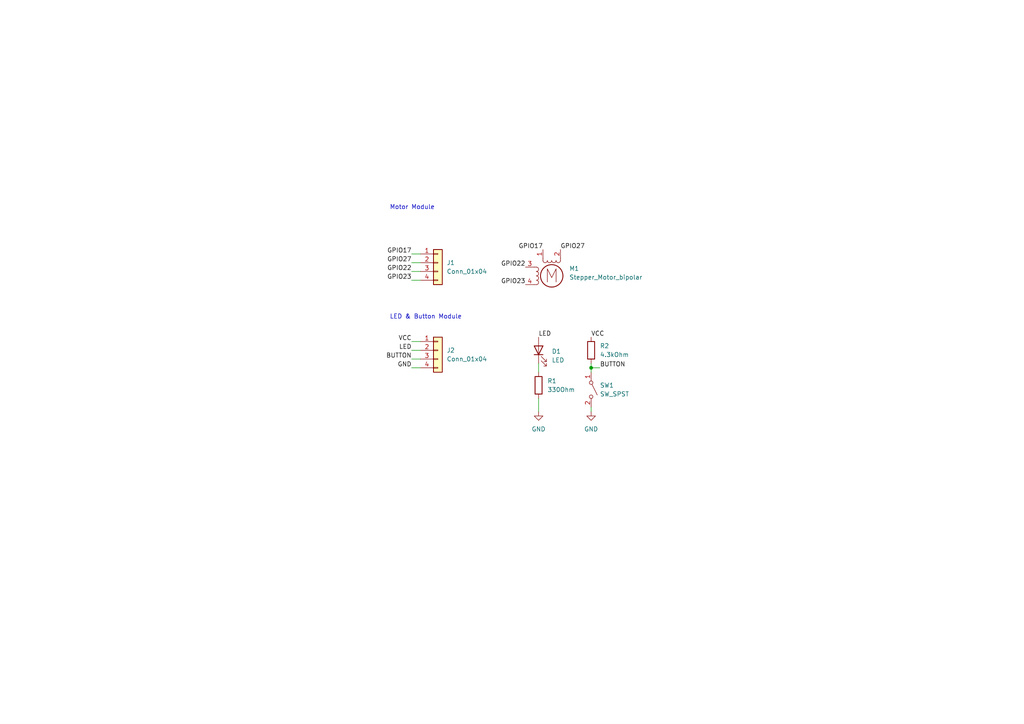
<source format=kicad_sch>
(kicad_sch (version 20230121) (generator eeschema)
  (paper "A4")
  (title_block (title "Display Device") (date "2024-03-05") (rev "Yuecheng Peng"))
  (lib_symbols
    (symbol "Connector_Generic:Conn_01x04" (pin_names (offset 1.016) hide)
      (property "Reference" "J" (at 0 5.08 0))
      (property "Value" "Conn_01x04" (at 0 -7.62 0))
      (symbol "Conn_01x04_1_1"
        (rectangle (start -1.27 -4.953) (end 0 -5.207) (stroke (width 0.1524)))
        (rectangle (start -1.27 -2.413) (end 0 -2.667) (stroke (width 0.1524)))
        (rectangle (start -1.27 0.127) (end 0 -0.127) (stroke (width 0.1524)))
        (rectangle (start -1.27 2.667) (end 0 2.413) (stroke (width 0.1524)))
        (rectangle (start -1.27 3.81) (end 1.27 -6.35) (stroke (width 0.254)) (fill (type background)))
        (pin passive line (at -5.08 2.54 0) (length 3.81) (name "Pin_1") (number "1"))
        (pin passive line (at -5.08 0 0) (length 3.81) (name "Pin_2") (number "2"))
        (pin passive line (at -5.08 -2.54 0) (length 3.81) (name "Pin_3") (number "3"))
        (pin passive line (at -5.08 -5.08 0) (length 3.81) (name "Pin_4") (number "4"))
      )
    )
    (symbol "Device:LED" (pin_numbers hide) (pin_names (offset 1.016) hide)
      (property "Reference" "D" (at 0 2.54 0))
      (property "Value" "LED" (at 0 -2.54 0))
      (symbol "LED_0_1"
        (polyline (pts (xy -1.27 -1.27) (xy -1.27 1.27)) (stroke (width 0.254)))
        (polyline (pts (xy -1.27 0) (xy 1.27 0)))
        (polyline (pts (xy 1.27 -1.27) (xy 1.27 1.27) (xy -1.27 0) (xy 1.27 -1.27)) (stroke (width 0.254)))
        (polyline (pts (xy -3.048 -0.762) (xy -4.572 -2.286) (xy -3.81 -2.286) (xy -4.572 -2.286) (xy -4.572 -1.524)))
        (polyline (pts (xy -1.778 -0.762) (xy -3.302 -2.286) (xy -2.54 -2.286) (xy -3.302 -2.286) (xy -3.302 -1.524)))
      )
      (symbol "LED_1_1"
        (pin passive line (at -3.81 0 0) (length 2.54) (name "K") (number "1"))
        (pin passive line (at 3.81 0 180) (length 2.54) (name "A") (number "2"))
      )
    )
    (symbol "Device:R" (pin_numbers hide) (pin_names (offset 0))
      (property "Reference" "R" (at 2.032 0 90))
      (property "Value" "R" (at 0 0 90))
      (symbol "R_0_1"
        (rectangle (start -1.016 -2.54) (end 1.016 2.54) (stroke (width 0.254)))
      )
      (symbol "R_1_1"
        (pin passive line (at 0 3.81 270) (length 1.27) (name "~") (number "1"))
        (pin passive line (at 0 -3.81 90) (length 1.27) (name "~") (number "2"))
      )
    )
    (symbol "Motor:Stepper_Motor_bipolar" (pin_names (offset 0) hide)
      (property "Reference" "M" (at 3.81 2.54 0))
      (property "Value" "Stepper_Motor_bipolar" (at 3.81 1.27 0))
      (symbol "Stepper_Motor_bipolar_0_0"
        (polyline (pts (xy -1.27 -1.778) (xy -1.27 2.032) (xy 0 -0.508) (xy 1.27 2.032) (xy 1.27 -1.778)))
      )
      (symbol "Stepper_Motor_bipolar_0_1"
        (arc (start -4.445 -2.54) (mid -3.8127 -1.905) (end -4.445 -1.27))
        (arc (start -4.445 -1.27) (mid -3.8127 -0.635) (end -4.445 0))
        (arc (start -4.445 0) (mid -3.8127 0.635) (end -4.445 1.27))
        (arc (start -4.445 1.27) (mid -3.8127 1.905) (end -4.445 2.54))
        (arc (start -2.54 4.445) (mid -1.905 3.8127) (end -1.27 4.445))
        (arc (start -1.27 4.445) (mid -0.635 3.8127) (end 0 4.445))
        (polyline (pts (xy -5.08 -2.54) (xy -4.445 -2.54)))
        (polyline (pts (xy -5.08 2.54) (xy -4.445 2.54)))
        (polyline (pts (xy -2.54 5.08) (xy -2.54 4.445)))
        (polyline (pts (xy 2.54 5.08) (xy 2.54 4.445)))
        (circle (center 0 0) (radius 3.2512) (stroke (width 0.254)))
        (arc (start 0 4.445) (mid 0.635 3.8127) (end 1.27 4.445))
        (arc (start 1.27 4.445) (mid 1.905 3.8127) (end 2.54 4.445))
      )
      (symbol "Stepper_Motor_bipolar_1_1"
        (pin passive line (at -2.54 7.62 270) (length 2.54) (name "~") (number "1"))
        (pin passive line (at 2.54 7.62 270) (length 2.54) (name "-") (number "2"))
        (pin passive line (at -7.62 2.54 0) (length 2.54) (name "~") (number "3"))
        (pin passive line (at -7.62 -2.54 0) (length 2.54) (name "~") (number "4"))
      )
    )
    (symbol "Switch:SW_SPST" (pin_names (offset 0) hide)
      (property "Reference" "SW" (at 0 3.175 0))
      (property "Value" "SW_SPST" (at 0 -2.54 0))
      (symbol "SW_SPST_0_0"
        (circle (center -2.032 0) (radius 0.508))
        (polyline (pts (xy -1.524 0.254) (xy 1.524 1.778)))
        (circle (center 2.032 0) (radius 0.508))
      )
      (symbol "SW_SPST_1_1"
        (pin passive line (at -5.08 0 0) (length 2.54) (name "A") (number "1"))
        (pin passive line (at 5.08 0 180) (length 2.54) (name "B") (number "2"))
      )
    )
    (symbol "power:GND" (power) (pin_names (offset 0))
      (property "Value" "GND" (at 0 -3.81 0))
      (symbol "GND_0_1"
        (polyline (pts (xy 0 0) (xy 0 -1.27) (xy 1.27 -1.27) (xy 0 -2.54) (xy -1.27 -1.27) (xy 0 -1.27)))
      )
      (symbol "GND_1_1"
        (pin power_in line (at 0 0 270) (length 0) hide (name "GND") (number "1"))
      )
    )
  )
  (junction (at 171.45 106.68))
  (wire (pts (xy 119.38 73.66) (xy 121.92 73.66)))
  (wire (pts (xy 171.45 105.41) (xy 171.45 106.68)))
  (wire (pts (xy 119.38 106.68) (xy 121.92 106.68)))
  (wire (pts (xy 171.45 119.38) (xy 171.45 118.11)))
  (wire (pts (xy 119.38 101.6) (xy 121.92 101.6)))
  (wire (pts (xy 156.21 119.38) (xy 156.21 115.57)))
  (wire (pts (xy 156.21 105.41) (xy 156.21 107.95)))
  (wire (pts (xy 119.38 76.2) (xy 121.92 76.2)))
  (wire (pts (xy 119.38 99.06) (xy 121.92 99.06)))
  (wire (pts (xy 119.38 78.74) (xy 121.92 78.74)))
  (wire (pts (xy 119.38 81.28) (xy 121.92 81.28)))
  (wire (pts (xy 171.45 106.68) (xy 173.99 106.68)))
  (wire (pts (xy 119.38 104.14) (xy 121.92 104.14)))
  (wire (pts (xy 171.45 107.95) (xy 171.45 106.68)))
  (text "Motor Module" (at 113.03 60.96 0) (effects (font (size 1.27 1.27)) (justify left bottom)))
  (text "LED & Button Module\n" (at 113.03 92.71 0) (effects (font (size 1.27 1.27)) (justify left bottom)))
  (label "GPIO22" (at 119.38 78.74 180))
  (label "VCC" (at 171.45 97.79 0))
  (label "LED" (at 119.38 101.6 180))
  (label "LED" (at 156.21 97.79 0))
  (label "GPIO27" (at 162.56 72.39 0))
  (label "GPIO17" (at 119.38 73.66 180))
  (label "BUTTON" (at 173.99 106.68 0))
  (label "GPIO27" (at 119.38 76.2 180))
  (label "BUTTON" (at 119.38 104.14 180))
  (label "GPIO22" (at 152.4 77.47 180))
  (label "GPIO23" (at 152.4 82.55 180))
  (label "GND" (at 119.38 106.68 180))
  (label "GPIO23" (at 119.38 81.28 180))
  (label "GPIO17" (at 157.48 72.39 180))
  (label "VCC" (at 119.38 99.06 180))
  (symbol (lib_id "Device:R") (at 156.21 111.76 0) (unit 1)
    (property "Reference" "R1" (at 158.75 110.49 0) (effects (justify left)))
    (property "Value" "330Ohm" (at 158.75 113.03 0) (effects (justify left)))
    (property "Footprint" "Resistor_SMD:R_0805_2012Metric_Pad1.20x1.40mm_HandSolder" (effects hide))
  )
  (symbol (lib_id "Device:R") (at 171.45 101.6 0) (unit 1)
    (property "Reference" "R2" (at 173.99 100.33 0) (effects (justify left)))
    (property "Value" "4.3kOhm" (at 173.99 102.87 0) (effects (justify left)))
    (property "Footprint" "Resistor_SMD:R_0805_2012Metric_Pad1.20x1.40mm_HandSolder" (effects hide))
  )
  (symbol (lib_id "Device:LED") (at 156.21 101.6 90) (unit 1)
    (property "Reference" "D1" (at 160.02 101.9175 90) (effects (justify right)))
    (property "Value" "LED" (at 160.02 104.4575 90) (effects (justify right)))
    (property "Footprint" "LED_THT:LED_D5.0mm" (effects hide))
  )
  (symbol (lib_id "power:GND") (at 171.45 119.38 0) (unit 1)
    (property "Reference" "#PWR02" (effects hide))
    (property "Value" "GND" (at 171.45 124.46 0))
  )
  (symbol (lib_id "Motor:Stepper_Motor_bipolar") (at 160.02 80.01 0) (unit 1)
    (property "Reference" "M1" (at 165.1 77.8891 0) (effects (justify left)))
    (property "Value" "Stepper_Motor_bipolar" (at 165.1 80.4291 0) (effects (justify left)))
    (property "Footprint" "motor:x27_stepper" (effects hide))
    (property "Datasheet" "http://www.infineon.com/dgdl/Application-Note-TLE8110EE_driving_UniPolarStepperMotor_V1.1.pdf?fileId=db3a30431be39b97011be5d0aa0a00b0" (effects hide))
  )
  (symbol (lib_id "Connector_Generic:Conn_01x04") (at 127 76.2 0) (unit 1)
    (property "Reference" "J1" (at 129.54 76.2 0) (effects (justify left)))
    (property "Value" "Conn_01x04" (at 129.54 78.74 0) (effects (justify left)))
    (property "Footprint" "Connector:FanPinHeader_1x04_P2.54mm_Vertical" (effects hide))
  )
  (symbol (lib_id "Connector_Generic:Conn_01x04") (at 127 101.6 0) (unit 1)
    (property "Reference" "J2" (at 129.54 101.6 0) (effects (justify left)))
    (property "Value" "Conn_01x04" (at 129.54 104.14 0) (effects (justify left)))
    (property "Footprint" "Connector:FanPinHeader_1x04_P2.54mm_Vertical" (effects hide))
  )
  (symbol (lib_id "power:GND") (at 156.21 119.38 0) (unit 1)
    (property "Reference" "#PWR01" (effects hide))
    (property "Value" "GND" (at 156.21 124.46 0))
  )
  (symbol (lib_id "Switch:SW_SPST") (at 171.45 113.03 270) (unit 1)
    (property "Reference" "SW1" (at 173.99 111.76 90) (effects (justify left)))
    (property "Value" "SW_SPST" (at 173.99 114.3 90) (effects (justify left)))
    (property "Footprint" "Button_Switch_THT:SW_PUSH-12mm" (effects hide))
  )
)
</source>
